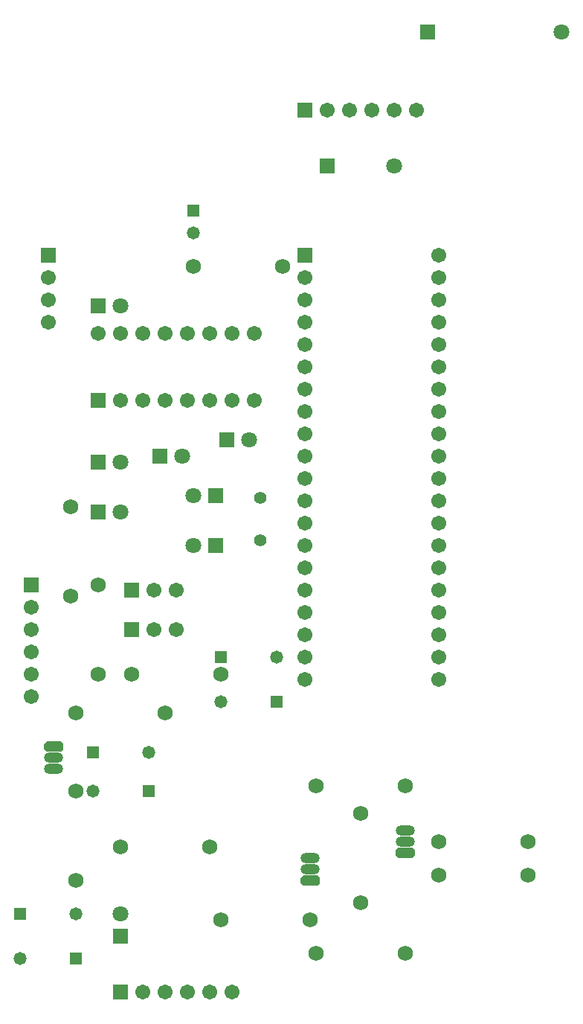
<source format=gts>
G04 DipTrace 2.3.1.0*
%INPC04Controller.GTS*%
%MOMM*%
%ADD38C,1.422*%
%ADD40O,2.203X1.203*%
%ADD44C,1.727*%
%ADD46C,1.727*%
%ADD48C,1.703*%
%ADD50R,1.703X1.703*%
%ADD52C,1.473*%
%ADD54R,1.473X1.473*%
%ADD56C,1.473*%
%ADD58R,1.803X1.803*%
%ADD60C,1.803*%
%FSLAX53Y53*%
G04*
G71*
G90*
G75*
G01*
%LNTopMask*%
%LPD*%
D60*
X34138Y74778D3*
X25883Y78588D3*
X56998Y117958D3*
D58*
X49378D3*
D60*
X32868Y84938D3*
X40488Y86843D3*
X34138Y80493D3*
X25883Y32868D3*
Y84303D3*
D58*
X60808Y133198D3*
D60*
X76048D3*
D56*
X34138Y110338D3*
D54*
Y112878D3*
X43663Y56998D3*
D52*
X37313D3*
D54*
Y62078D3*
D52*
X43663D3*
D54*
X22708Y51283D3*
D52*
X29058D3*
D54*
Y46838D3*
D52*
X22708D3*
D54*
X14453Y32868D3*
D52*
X20803D3*
D54*
Y27788D3*
D52*
X14453D3*
D50*
X25883Y23978D3*
D48*
X28423D3*
X30963D3*
X33503D3*
X36043D3*
X38583D3*
D50*
X46838Y124308D3*
D48*
X49378D3*
X51918D3*
X54458D3*
X56998D3*
X59538D3*
D50*
X27153Y69698D3*
D48*
X29693D3*
X32233D3*
D50*
X15723Y70333D3*
D48*
Y67793D3*
Y65253D3*
Y62713D3*
Y60173D3*
Y57633D3*
D50*
X17628Y107798D3*
D48*
Y105258D3*
Y102718D3*
Y100178D3*
D50*
X27153Y65253D3*
D48*
X29693D3*
X32233D3*
D46*
X72238Y37313D3*
D44*
X62078D3*
D46*
X72238Y41123D3*
D44*
X62078D3*
D46*
X48108Y47473D3*
D44*
X58268D3*
D46*
X53188Y34138D3*
D44*
Y44298D3*
D46*
X47473Y32233D3*
D44*
X37313D3*
D46*
X58268Y28423D3*
D44*
X48108D3*
D46*
X36043Y40488D3*
D44*
X25883D3*
D46*
X44298Y106528D3*
D44*
X34138D3*
D46*
X30963Y55728D3*
D44*
X20803D3*
D46*
Y36678D3*
D44*
Y46838D3*
D46*
X23343Y70333D3*
D44*
Y60173D3*
D46*
X20168Y79223D3*
D44*
Y69063D3*
D46*
X27153Y60173D3*
D44*
X37313D3*
D50*
X46838Y107798D3*
D48*
Y105258D3*
Y102718D3*
Y100178D3*
Y97638D3*
Y95098D3*
Y92558D3*
Y90018D3*
Y87478D3*
Y84938D3*
Y82398D3*
Y79858D3*
Y77318D3*
Y74778D3*
Y72238D3*
Y69698D3*
Y67158D3*
Y64618D3*
Y62078D3*
Y59538D3*
X62078D3*
Y62078D3*
Y64618D3*
Y67158D3*
Y69698D3*
Y72238D3*
Y74778D3*
Y77318D3*
Y79858D3*
Y82398D3*
Y84938D3*
Y87478D3*
Y90018D3*
Y92558D3*
Y95098D3*
Y97638D3*
Y100178D3*
Y102718D3*
Y105258D3*
Y107798D3*
D50*
X23343Y91288D3*
D48*
X25883D3*
X28423D3*
X30963D3*
X33503D3*
X36043D3*
X38583D3*
X41123D3*
Y98888D3*
X38583D3*
X36043D3*
X33503D3*
X30963D3*
X28423D3*
X25883D3*
X23343D3*
G36*
X17471Y52519D2*
X17161Y52210D1*
Y51626D1*
X17471Y51316D1*
X19055D1*
X19364Y51626D1*
Y52210D1*
X19055Y52519D1*
X17471D1*
G37*
D40*
X18263Y50648D3*
Y49378D3*
G36*
X48265Y36076D2*
X48574Y36386D1*
Y36970D1*
X48265Y37279D1*
X46681D1*
X46371Y36970D1*
Y36386D1*
X46681Y36076D1*
X48265D1*
G37*
D40*
X47473Y37948D3*
Y39218D3*
G36*
X59060Y39251D2*
X59369Y39561D1*
Y40145D1*
X59060Y40454D1*
X57476D1*
X57166Y40145D1*
Y39561D1*
X57476Y39251D1*
X59060D1*
G37*
D40*
X58268Y41123D3*
Y42393D3*
D38*
X41758Y75413D3*
Y80239D3*
D60*
X25883Y102083D3*
D58*
X23343D3*
Y84303D3*
X30328Y84938D3*
X37948Y86843D3*
X36678Y80493D3*
Y74778D3*
X23343Y78588D3*
X25883Y30328D3*
M02*

</source>
